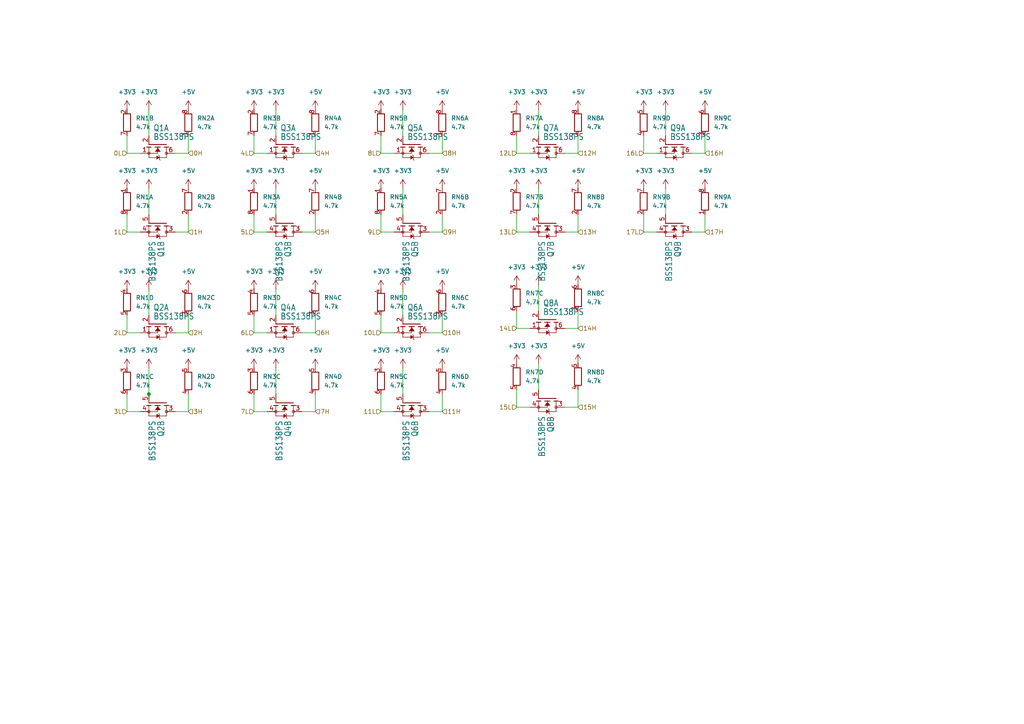
<source format=kicad_sch>
(kicad_sch (version 20231120) (generator "eeschema") (generator_version "8.0")
  (paper "A4")
  (lib_symbols
    (symbol "Device:R_Pack04_Split" (pin_names (offset 0) hide)
      (property "Reference" "RN" (at 2.032 0 90))
      (property "Value" "R_Pack04_Split" (at 0 0 90))
      (symbol "R_Pack04_Split_0_1"
        (rectangle (start 1.016 2.54) (end -1.016 -2.54) (stroke (width 0.254)))
      )
      (symbol "R_Pack04_Split_1_1"
        (pin passive line (at 0 -3.81 90) (length 1.27) (name "R1.1") (number "1"))
        (pin passive line (at 0 3.81 270) (length 1.27) (name "R1.2") (number "8"))
      )
      (symbol "R_Pack04_Split_2_1"
        (pin passive line (at 0 -3.81 90) (length 1.27) (name "R2.1") (number "2"))
        (pin passive line (at 0 3.81 270) (length 1.27) (name "R2.2") (number "7"))
      )
      (symbol "R_Pack04_Split_3_1"
        (pin passive line (at 0 -3.81 90) (length 1.27) (name "R3.1") (number "3"))
        (pin passive line (at 0 3.81 270) (length 1.27) (name "R3.2") (number "6"))
      )
      (symbol "R_Pack04_Split_4_1"
        (pin passive line (at 0 -3.81 90) (length 1.27) (name "R4.1") (number "4"))
        (pin passive line (at 0 3.81 270) (length 1.27) (name "R4.2") (number "5"))
      )
    )
    (symbol "NANOEveryV3.0-eagle-import:BSS138PS"
      (property "Reference" "Q" (at 2.54 0 0))
      (symbol "BSS138PS_1_0"
        (circle (center 0 -2.54) (radius 0.3592))
        (polyline (pts (xy -2.54 2.54) (xy -2.54 -2.54)) (stroke (width 0.254)))
        (polyline (pts (xy -1.778 -2.54) (xy -1.778 -3.175)) (stroke (width 0.254)))
        (polyline (pts (xy -1.778 -1.905) (xy -1.778 -2.54)) (stroke (width 0.254)))
        (polyline (pts (xy -1.778 0) (xy -1.778 -0.762)) (stroke (width 0.254)))
        (polyline (pts (xy -1.778 0) (xy 0 0)) (stroke (width 0.1524)))
        (polyline (pts (xy -1.778 0.762) (xy -1.778 0)) (stroke (width 0.254)))
        (polyline (pts (xy -1.778 2.54) (xy -1.778 1.905)) (stroke (width 0.254)))
        (polyline (pts (xy -1.778 2.54) (xy 1.27 2.54)) (stroke (width 0.1524)))
        (polyline (pts (xy -1.778 3.175) (xy -1.778 2.54)) (stroke (width 0.254)))
        (polyline (pts (xy 0 -2.54) (xy -1.778 -2.54)) (stroke (width 0.1524)))
        (polyline (pts (xy 0 -2.54) (xy 1.27 -2.54)) (stroke (width 0.1524)))
        (polyline (pts (xy 0 0) (xy 0 -2.54)) (stroke (width 0.1524)))
        (polyline (pts (xy 0.762 0.508) (xy 0.508 0.254)) (stroke (width 0.1524)))
        (polyline (pts (xy 1.27 0.508) (xy 0.762 0.508)) (stroke (width 0.1524)))
        (polyline (pts (xy 1.27 0.508) (xy 1.27 -2.54)) (stroke (width 0.1524)))
        (polyline (pts (xy 1.27 2.54) (xy 1.27 0.508)) (stroke (width 0.1524)))
        (polyline (pts (xy 1.778 0.508) (xy 1.27 0.508)) (stroke (width 0.1524)))
        (polyline (pts (xy 2.032 0.762) (xy 1.778 0.508)) (stroke (width 0.1524)))
        (polyline (pts (xy -1.524 0) (xy -0.508 0.762) (xy -0.508 -0.762)) (stroke (width 0.1524)) (fill (type outline)))
        (polyline (pts (xy 1.27 0.508) (xy 0.762 -0.254) (xy 1.778 -0.254)) (stroke (width 0.1524)) (fill (type outline)))
        (circle (center 0 2.54) (radius 0.3592))
        (pin passive line (at 0 -5.08 90) (length 2.54) (name "S") (number "1"))
        (pin passive line (at -5.08 -2.54 0) (length 2.54) (name "G") (number "2"))
        (pin passive line (at 0 5.08 270) (length 2.54) (name "D") (number "6"))
      )
      (symbol "BSS138PS_2_0"
        (circle (center 0 -2.54) (radius 0.3592))
        (polyline (pts (xy -2.54 2.54) (xy -2.54 -2.54)) (stroke (width 0.254)))
        (polyline (pts (xy -1.778 -2.54) (xy -1.778 -3.175)) (stroke (width 0.254)))
        (polyline (pts (xy -1.778 -1.905) (xy -1.778 -2.54)) (stroke (width 0.254)))
        (polyline (pts (xy -1.778 0) (xy -1.778 -0.762)) (stroke (width 0.254)))
        (polyline (pts (xy -1.778 0) (xy 0 0)) (stroke (width 0.1524)))
        (polyline (pts (xy -1.778 0.762) (xy -1.778 0)) (stroke (width 0.254)))
        (polyline (pts (xy -1.778 2.54) (xy -1.778 1.905)) (stroke (width 0.254)))
        (polyline (pts (xy -1.778 2.54) (xy 1.27 2.54)) (stroke (width 0.1524)))
        (polyline (pts (xy -1.778 3.175) (xy -1.778 2.54)) (stroke (width 0.254)))
        (polyline (pts (xy 0 -2.54) (xy -1.778 -2.54)) (stroke (width 0.1524)))
        (polyline (pts (xy 0 -2.54) (xy 1.27 -2.54)) (stroke (width 0.1524)))
        (polyline (pts (xy 0 0) (xy 0 -2.54)) (stroke (width 0.1524)))
        (polyline (pts (xy 0.762 0.508) (xy 0.508 0.254)) (stroke (width 0.1524)))
        (polyline (pts (xy 1.27 0.508) (xy 0.762 0.508)) (stroke (width 0.1524)))
        (polyline (pts (xy 1.27 0.508) (xy 1.27 -2.54)) (stroke (width 0.1524)))
        (polyline (pts (xy 1.27 2.54) (xy 1.27 0.508)) (stroke (width 0.1524)))
        (polyline (pts (xy 1.778 0.508) (xy 1.27 0.508)) (stroke (width 0.1524)))
        (polyline (pts (xy 2.032 0.762) (xy 1.778 0.508)) (stroke (width 0.1524)))
        (polyline (pts (xy -1.524 0) (xy -0.508 0.762) (xy -0.508 -0.762)) (stroke (width 0.1524)) (fill (type outline)))
        (polyline (pts (xy 1.27 0.508) (xy 0.762 -0.254) (xy 1.778 -0.254)) (stroke (width 0.1524)) (fill (type outline)))
        (circle (center 0 2.54) (radius 0.3592))
        (pin passive line (at 0 5.08 270) (length 2.54) (name "D") (number "3"))
        (pin passive line (at 0 -5.08 90) (length 2.54) (name "S") (number "4"))
        (pin passive line (at -5.08 -2.54 0) (length 2.54) (name "G") (number "5"))
      )
    )
    (symbol "power:+3V3" (power) (pin_numbers hide) (pin_names (offset 0) hide)
      (property "Value" "+3V3" (at 0 3.556 0))
      (symbol "+3V3_0_1"
        (polyline (pts (xy -0.762 1.27) (xy 0 2.54)))
        (polyline (pts (xy 0 0) (xy 0 2.54)))
        (polyline (pts (xy 0 2.54) (xy 0.762 1.27)))
      )
      (symbol "+3V3_1_1"
        (pin power_in line (at 0 0 90) (length 0) (name "~") (number "1"))
      )
    )
    (symbol "power:+5V" (power) (pin_numbers hide) (pin_names (offset 0) hide)
      (property "Value" "+5V" (at 0 3.556 0))
      (symbol "+5V_0_1"
        (polyline (pts (xy -0.762 1.27) (xy 0 2.54)))
        (polyline (pts (xy 0 0) (xy 0 2.54)))
        (polyline (pts (xy 0 2.54) (xy 0.762 1.27)))
      )
      (symbol "+5V_1_1"
        (pin power_in line (at 0 0 90) (length 0) (name "~") (number "1"))
      )
    )
  )
  (junction (at 43.18 114.3))
  (wire (pts (xy 91.44 39.37) (xy 91.44 44.45)))
  (wire (pts (xy 163.83 118.11) (xy 167.64 118.11)) (stroke (width 0.1524)))
  (wire (pts (xy 36.83 114.3) (xy 36.83 119.38)) (stroke (width 0.1524)))
  (wire (pts (xy 110.49 67.31) (xy 114.3 67.31)) (stroke (width 0.1524)))
  (wire (pts (xy 200.66 44.45) (xy 204.47 44.45)) (stroke (width 0.1524)))
  (wire (pts (xy 128.27 62.23) (xy 128.27 67.31)))
  (wire (pts (xy 36.83 62.23) (xy 36.83 67.31)) (stroke (width 0.1524)))
  (wire (pts (xy 54.61 62.23) (xy 54.61 67.31)))
  (wire (pts (xy 124.46 67.31) (xy 128.27 67.31)) (stroke (width 0.1524)))
  (wire (pts (xy 43.18 106.68) (xy 43.18 114.3)) (stroke (width 0.1524)))
  (wire (pts (xy 54.61 39.37) (xy 54.61 44.45)))
  (wire (pts (xy 80.01 39.37) (xy 80.01 31.75)) (stroke (width 0.1524)))
  (wire (pts (xy 36.83 39.37) (xy 36.83 44.45)) (stroke (width 0.1524)))
  (wire (pts (xy 54.61 114.3) (xy 54.61 119.38)))
  (wire (pts (xy 167.64 90.17) (xy 167.64 95.25)))
  (wire (pts (xy 149.86 113.03) (xy 149.86 118.11)) (stroke (width 0.1524)))
  (wire (pts (xy 156.21 105.41) (xy 156.21 113.03)))
  (wire (pts (xy 186.69 39.37) (xy 186.69 44.45)) (stroke (width 0.1524)))
  (wire (pts (xy 73.66 91.44) (xy 73.66 96.52)) (stroke (width 0.1524)))
  (wire (pts (xy 116.84 54.61) (xy 116.84 62.23)) (stroke (width 0.1524)))
  (wire (pts (xy 149.86 90.17) (xy 149.86 95.25)) (stroke (width 0.1524)))
  (wire (pts (xy 167.64 39.37) (xy 167.64 44.45)))
  (wire (pts (xy 114.3 44.45) (xy 110.49 44.45)) (stroke (width 0.1524)))
  (wire (pts (xy 124.46 44.45) (xy 128.27 44.45)) (stroke (width 0.1524)))
  (wire (pts (xy 110.49 91.44) (xy 110.49 96.52)) (stroke (width 0.1524)))
  (wire (pts (xy 73.66 114.3) (xy 73.66 119.38)) (stroke (width 0.1524)))
  (wire (pts (xy 153.67 95.25) (xy 149.86 95.25)) (stroke (width 0.1524)))
  (wire (pts (xy 40.64 96.52) (xy 36.83 96.52)) (stroke (width 0.1524)))
  (wire (pts (xy 36.83 119.38) (xy 40.64 119.38)) (stroke (width 0.1524)))
  (wire (pts (xy 128.27 39.37) (xy 128.27 44.45)))
  (wire (pts (xy 193.04 54.61) (xy 193.04 62.23)))
  (wire (pts (xy 50.8 44.45) (xy 54.61 44.45)) (stroke (width 0.1524)))
  (wire (pts (xy 116.84 106.68) (xy 116.84 114.3)))
  (wire (pts (xy 156.21 90.17) (xy 156.21 82.55)) (stroke (width 0.1524)))
  (wire (pts (xy 87.63 44.45) (xy 91.44 44.45)) (stroke (width 0.1524)))
  (wire (pts (xy 124.46 119.38) (xy 128.27 119.38)) (stroke (width 0.1524)))
  (wire (pts (xy 149.86 62.23) (xy 149.86 67.31)) (stroke (width 0.1524)))
  (wire (pts (xy 163.83 95.25) (xy 167.64 95.25)) (stroke (width 0.1524)))
  (wire (pts (xy 40.64 44.45) (xy 36.83 44.45)) (stroke (width 0.1524)))
  (wire (pts (xy 91.44 91.44) (xy 91.44 96.52)))
  (wire (pts (xy 87.63 119.38) (xy 91.44 119.38)) (stroke (width 0.1524)))
  (wire (pts (xy 73.66 39.37) (xy 73.66 44.45)) (stroke (width 0.1524)))
  (wire (pts (xy 124.46 96.52) (xy 128.27 96.52)) (stroke (width 0.1524)))
  (wire (pts (xy 91.44 114.3) (xy 91.44 119.38)))
  (wire (pts (xy 80.01 60.96) (xy 80.01 62.23)) (stroke (width 0.1524)))
  (wire (pts (xy 54.61 91.44) (xy 54.61 96.52)))
  (wire (pts (xy 110.49 39.37) (xy 110.49 44.45)) (stroke (width 0.1524)))
  (wire (pts (xy 116.84 39.37) (xy 116.84 31.75)) (stroke (width 0.1524)))
  (wire (pts (xy 190.5 44.45) (xy 186.69 44.45)) (stroke (width 0.1524)))
  (wire (pts (xy 128.27 114.3) (xy 128.27 119.38)))
  (wire (pts (xy 43.18 114.3) (xy 43.18 115.57)) (stroke (width 0.1524)))
  (wire (pts (xy 204.47 62.23) (xy 204.47 67.31)))
  (wire (pts (xy 114.3 96.52) (xy 110.49 96.52)) (stroke (width 0.1524)))
  (wire (pts (xy 73.66 119.38) (xy 77.47 119.38)) (stroke (width 0.1524)))
  (wire (pts (xy 156.21 54.61) (xy 156.21 62.23)))
  (wire (pts (xy 36.83 91.44) (xy 36.83 96.52)) (stroke (width 0.1524)))
  (wire (pts (xy 167.64 62.23) (xy 167.64 67.31)))
  (wire (pts (xy 193.04 39.37) (xy 193.04 31.75)) (stroke (width 0.1524)))
  (wire (pts (xy 43.18 39.37) (xy 43.18 31.75)) (stroke (width 0.1524)))
  (wire (pts (xy 73.66 62.23) (xy 73.66 67.31)) (stroke (width 0.1524)))
  (wire (pts (xy 186.69 67.31) (xy 190.5 67.31)) (stroke (width 0.1524)))
  (wire (pts (xy 91.44 62.23) (xy 91.44 67.31)))
  (wire (pts (xy 153.67 44.45) (xy 149.86 44.45)) (stroke (width 0.1524)))
  (wire (pts (xy 80.01 106.68) (xy 80.01 113.03)))
  (wire (pts (xy 50.8 67.31) (xy 54.61 67.31)) (stroke (width 0.1524)))
  (wire (pts (xy 110.49 119.38) (xy 114.3 119.38)) (stroke (width 0.1524)))
  (wire (pts (xy 110.49 114.3) (xy 110.49 119.38)) (stroke (width 0.1524)))
  (wire (pts (xy 149.86 39.37) (xy 149.86 44.45)) (stroke (width 0.1524)))
  (wire (pts (xy 80.01 113.03) (xy 80.01 114.3)) (stroke (width 0.1524)))
  (wire (pts (xy 128.27 91.44) (xy 128.27 96.52)))
  (wire (pts (xy 186.69 62.23) (xy 186.69 67.31)) (stroke (width 0.1524)))
  (wire (pts (xy 77.47 96.52) (xy 73.66 96.52)) (stroke (width 0.1524)))
  (wire (pts (xy 163.83 44.45) (xy 167.64 44.45)) (stroke (width 0.1524)))
  (wire (pts (xy 87.63 96.52) (xy 91.44 96.52)) (stroke (width 0.1524)))
  (wire (pts (xy 43.18 54.61) (xy 43.18 62.23)) (stroke (width 0.1524)))
  (wire (pts (xy 116.84 91.44) (xy 116.84 83.82)) (stroke (width 0.1524)))
  (wire (pts (xy 43.18 91.44) (xy 43.18 83.82)) (stroke (width 0.1524)))
  (wire (pts (xy 50.8 119.38) (xy 54.61 119.38)) (stroke (width 0.1524)))
  (wire (pts (xy 77.47 44.45) (xy 73.66 44.45)) (stroke (width 0.1524)))
  (wire (pts (xy 200.66 67.31) (xy 204.47 67.31)) (stroke (width 0.1524)))
  (wire (pts (xy 163.83 67.31) (xy 167.64 67.31)) (stroke (width 0.1524)))
  (wire (pts (xy 167.64 113.03) (xy 167.64 118.11)))
  (wire (pts (xy 80.01 54.61) (xy 80.01 60.96)))
  (wire (pts (xy 36.83 67.31) (xy 40.64 67.31)) (stroke (width 0.1524)))
  (wire (pts (xy 149.86 67.31) (xy 153.67 67.31)) (stroke (width 0.1524)))
  (wire (pts (xy 156.21 39.37) (xy 156.21 31.75)) (stroke (width 0.1524)))
  (wire (pts (xy 50.8 96.52) (xy 54.61 96.52)) (stroke (width 0.1524)))
  (wire (pts (xy 204.47 39.37) (xy 204.47 44.45)))
  (wire (pts (xy 110.49 62.23) (xy 110.49 67.31)) (stroke (width 0.1524)))
  (wire (pts (xy 149.86 118.11) (xy 153.67 118.11)) (stroke (width 0.1524)))
  (wire (pts (xy 87.63 67.31) (xy 91.44 67.31)) (stroke (width 0.1524)))
  (wire (pts (xy 73.66 67.31) (xy 77.47 67.31)) (stroke (width 0.1524)))
  (wire (pts (xy 80.01 91.44) (xy 80.01 83.82)) (stroke (width 0.1524)))
  (hierarchical_label "9L" (shape input) (at 110.49 67.31 180))
  (hierarchical_label "0L" (shape input) (at 36.83 44.45 180))
  (hierarchical_label "12H" (shape input) (at 167.64 44.45 0))
  (hierarchical_label "13H" (shape input) (at 167.64 67.31 0))
  (hierarchical_label "14H" (shape input) (at 167.64 95.25 0))
  (hierarchical_label "3H" (shape input) (at 54.61 119.38 0))
  (hierarchical_label "17H" (shape input) (at 204.47 67.31 0))
  (hierarchical_label "14L" (shape input) (at 149.86 95.25 180))
  (hierarchical_label "9H" (shape input) (at 128.27 67.31 0))
  (hierarchical_label "0H" (shape input) (at 54.61 44.45 0))
  (hierarchical_label "6H" (shape input) (at 91.44 96.52 0))
  (hierarchical_label "13L" (shape input) (at 149.86 67.31 180))
  (hierarchical_label "3L" (shape input) (at 36.83 119.38 180))
  (hierarchical_label "4L" (shape input) (at 73.66 44.45 180))
  (hierarchical_label "11H" (shape input) (at 128.27 119.38 0))
  (hierarchical_label "15L" (shape input) (at 149.86 118.11 180))
  (hierarchical_label "4H" (shape input) (at 91.44 44.45 0))
  (hierarchical_label "10H" (shape input) (at 128.27 96.52 0))
  (hierarchical_label "12L" (shape input) (at 149.86 44.45 180))
  (hierarchical_label "1L" (shape input) (at 36.83 67.31 180))
  (hierarchical_label "6L" (shape input) (at 73.66 96.52 180))
  (hierarchical_label "2L" (shape input) (at 36.83 96.52 180))
  (hierarchical_label "15H" (shape input) (at 167.64 118.11 0))
  (hierarchical_label "8L" (shape input) (at 110.49 44.45 180))
  (hierarchical_label "5L" (shape input) (at 73.66 67.31 180))
  (hierarchical_label "16L" (shape input) (at 186.69 44.45 180))
  (hierarchical_label "8H" (shape input) (at 128.27 44.45 0))
  (hierarchical_label "17L" (shape input) (at 186.69 67.31 180))
  (hierarchical_label "1H" (shape input) (at 54.61 67.31 0))
  (hierarchical_label "7L" (shape input) (at 73.66 119.38 180))
  (hierarchical_label "10L" (shape input) (at 110.49 96.52 180))
  (hierarchical_label "11L" (shape input) (at 110.49 119.38 180))
  (hierarchical_label "5H" (shape input) (at 91.44 67.31 0))
  (hierarchical_label "2H" (shape input) (at 54.61 96.52 0))
  (hierarchical_label "7H" (shape input) (at 91.44 119.38 0))
  (hierarchical_label "16H" (shape input) (at 204.47 44.45 0))
  (symbol (lib_id "power:+3V3") (at 110.49 54.61 0) (unit 1)
    (property "Reference" "#PWR57" (effects (hide yes)))
    (property "Value" "+3V3" (at 110.49 49.53 0))
    (property "Description" "Power symbol creates a global label with name \"+3V3\"" (effects (hide yes)))
  )
  (symbol (lib_id "Device:R_Pack04_Split") (at 149.86 86.36 180) (unit 3)
    (property "Reference" "RN7" (at 152.4 85.0899 0) (effects (justify right)))
    (property "Value" "4.7k" (at 152.4 87.6299 0) (effects (justify right)))
    (property "Footprint" "Resistor_SMD:R_Array_Concave_4x0603" (effects (hide yes)))
    (property "Description" "4 resistor network, parallel topology, split" (effects (hide yes)))
  )
  (symbol (lib_id "Device:R_Pack04_Split") (at 186.69 58.42 0) (unit 2)
    (property "Reference" "RN9" (at 189.23 57.1499 0) (effects (justify left)))
    (property "Value" "4.7k" (at 189.23 59.6899 0) (effects (justify left)))
    (property "Footprint" "Resistor_SMD:R_Array_Concave_4x0603" (effects (hide yes)))
    (property "Description" "4 resistor network, parallel topology, split" (effects (hide yes)))
  )
  (symbol (lib_id "Device:R_Pack04_Split") (at 128.27 35.56 0) (unit 1)
    (property "Reference" "RN6" (at 130.81 34.2899 0) (effects (justify left)))
    (property "Value" "4.7k" (at 130.81 36.8299 0) (effects (justify left)))
    (property "Footprint" "Resistor_SMD:R_Array_Concave_4x0603" (effects (hide yes)))
    (property "Description" "4 resistor network, parallel topology, split" (effects (hide yes)))
  )
  (symbol (lib_id "Device:R_Pack04_Split") (at 73.66 35.56 180) (unit 2)
    (property "Reference" "RN3" (at 76.2 34.2899 0) (effects (justify right)))
    (property "Value" "4.7k" (at 76.2 36.8299 0) (effects (justify right)))
    (property "Footprint" "Resistor_SMD:R_Array_Concave_4x0603" (effects (hide yes)))
    (property "Description" "4 resistor network, parallel topology, split" (effects (hide yes)))
  )
  (symbol (lib_id "power:+5V") (at 91.44 106.68 0) (unit 1)
    (property "Reference" "#PWR55" (effects (hide yes)))
    (property "Value" "+5V" (at 91.44 101.6 0))
    (property "Description" "Power symbol creates a global label with name \"+5V\"" (effects (hide yes)))
  )
  (symbol (lib_id "Device:R_Pack04_Split") (at 54.61 58.42 0) (unit 2)
    (property "Reference" "RN2" (at 57.15 57.1499 0) (effects (justify left)))
    (property "Value" "4.7k" (at 57.15 59.6899 0) (effects (justify left)))
    (property "Footprint" "Resistor_SMD:R_Array_Concave_4x0603" (effects (hide yes)))
    (property "Description" "4 resistor network, parallel topology, split" (effects (hide yes)))
  )
  (symbol (lib_id "NANOEveryV3.0-eagle-import:BSS138PS") (at 119.38 96.52 270) (unit 1)
    (property "Reference" "Q6" (at 118.11 90.17 90) (effects (font (size 1.778 1.5113)) (justify left bottom)))
    (property "Value" "BSS138PS" (at 118.11 92.71 90) (effects (font (size 1.778 1.5113)) (justify left bottom)))
    (property "Footprint" "Package_TO_SOT_SMD:SOT-363_SC-70-6" (effects (hide yes)))
  )
  (symbol (lib_id "power:+3V3") (at 193.04 31.75 0) (unit 1)
    (property "Reference" "#PWR82" (effects (hide yes)))
    (property "Value" "+3V3" (at 193.04 26.67 0))
    (property "Description" "Power symbol creates a global label with name \"+3V3\"" (effects (hide yes)))
  )
  (symbol (lib_id "power:+3V3") (at 36.83 106.68 0) (unit 1)
    (property "Reference" "#PWR35" (effects (hide yes)))
    (property "Value" "+3V3" (at 36.83 101.6 0))
    (property "Description" "Power symbol creates a global label with name \"+3V3\"" (effects (hide yes)))
  )
  (symbol (lib_id "Device:R_Pack04_Split") (at 73.66 87.63 180) (unit 4)
    (property "Reference" "RN3" (at 76.2 86.3599 0) (effects (justify right)))
    (property "Value" "4.7k" (at 76.2 88.8999 0) (effects (justify right)))
    (property "Footprint" "Resistor_SMD:R_Array_Concave_4x0603" (effects (hide yes)))
    (property "Description" "4 resistor network, parallel topology, split" (effects (hide yes)))
  )
  (symbol (lib_id "power:+3V3") (at 73.66 54.61 0) (unit 1)
    (property "Reference" "#PWR45" (effects (hide yes)))
    (property "Value" "+3V3" (at 73.66 49.53 0))
    (property "Description" "Power symbol creates a global label with name \"+3V3\"" (effects (hide yes)))
  )
  (symbol (lib_id "NANOEveryV3.0-eagle-import:BSS138PS") (at 45.72 44.45 270) (unit 1)
    (property "Reference" "Q1" (at 44.45 38.1 90) (effects (font (size 1.778 1.5113)) (justify left bottom)))
    (property "Value" "BSS138PS" (at 44.45 40.64 90) (effects (font (size 1.778 1.5113)) (justify left bottom)))
    (property "Footprint" "Package_TO_SOT_SMD:SOT-363_SC-70-6" (effects (hide yes)))
  )
  (symbol (lib_id "power:+3V3") (at 80.01 31.75 0) (unit 1)
    (property "Reference" "#PWR48" (effects (hide yes)))
    (property "Value" "+3V3" (at 80.01 26.67 0))
    (property "Description" "Power symbol creates a global label with name \"+3V3\"" (effects (hide yes)))
  )
  (symbol (lib_id "Device:R_Pack04_Split") (at 54.61 87.63 0) (unit 3)
    (property "Reference" "RN2" (at 57.15 86.3599 0) (effects (justify left)))
    (property "Value" "4.7k" (at 57.15 88.8999 0) (effects (justify left)))
    (property "Footprint" "Resistor_SMD:R_Array_Concave_4x0603" (effects (hide yes)))
    (property "Description" "4 resistor network, parallel topology, split" (effects (hide yes)))
  )
  (symbol (lib_id "power:+5V") (at 128.27 106.68 0) (unit 1)
    (property "Reference" "#PWR67" (effects (hide yes)))
    (property "Value" "+5V" (at 128.27 101.6 0))
    (property "Description" "Power symbol creates a global label with name \"+5V\"" (effects (hide yes)))
  )
  (symbol (lib_id "power:+3V3") (at 110.49 106.68 0) (unit 1)
    (property "Reference" "#PWR59" (effects (hide yes)))
    (property "Value" "+3V3" (at 110.49 101.6 0))
    (property "Description" "Power symbol creates a global label with name \"+3V3\"" (effects (hide yes)))
  )
  (symbol (lib_id "NANOEveryV3.0-eagle-import:BSS138PS") (at 158.75 44.45 270) (unit 1)
    (property "Reference" "Q7" (at 157.48 38.1 90) (effects (font (size 1.778 1.5113)) (justify left bottom)))
    (property "Value" "BSS138PS" (at 157.48 40.64 90) (effects (font (size 1.778 1.5113)) (justify left bottom)))
    (property "Footprint" "Package_TO_SOT_SMD:SOT-363_SC-70-6" (effects (hide yes)))
  )
  (symbol (lib_id "power:+5V") (at 54.61 31.75 0) (unit 1)
    (property "Reference" "#PWR40" (effects (hide yes)))
    (property "Value" "+5V" (at 54.61 26.67 0))
    (property "Description" "Power symbol creates a global label with name \"+5V\"" (effects (hide yes)))
  )
  (symbol (lib_id "Device:R_Pack04_Split") (at 36.83 35.56 180) (unit 2)
    (property "Reference" "RN1" (at 39.37 34.2899 0) (effects (justify right)))
    (property "Value" "4.7k" (at 39.37 36.8299 0) (effects (justify right)))
    (property "Footprint" "Resistor_SMD:R_Array_Concave_4x0603" (effects (hide yes)))
    (property "Description" "4 resistor network, parallel topology, split" (effects (hide yes)))
  )
  (symbol (lib_id "Device:R_Pack04_Split") (at 149.86 58.42 180) (unit 2)
    (property "Reference" "RN7" (at 152.4 57.1499 0) (effects (justify right)))
    (property "Value" "4.7k" (at 152.4 59.6899 0) (effects (justify right)))
    (property "Footprint" "Resistor_SMD:R_Array_Concave_4x0603" (effects (hide yes)))
    (property "Description" "4 resistor network, parallel topology, split" (effects (hide yes)))
  )
  (symbol (lib_id "Device:R_Pack04_Split") (at 110.49 110.49 180) (unit 3)
    (property "Reference" "RN5" (at 113.03 109.2199 0) (effects (justify right)))
    (property "Value" "4.7k" (at 113.03 111.7599 0) (effects (justify right)))
    (property "Footprint" "Resistor_SMD:R_Array_Concave_4x0603" (effects (hide yes)))
    (property "Description" "4 resistor network, parallel topology, split" (effects (hide yes)))
  )
  (symbol (lib_id "power:+3V3") (at 186.69 31.75 0) (unit 1)
    (property "Reference" "#PWR80" (effects (hide yes)))
    (property "Value" "+3V3" (at 186.69 26.67 0))
    (property "Description" "Power symbol creates a global label with name \"+3V3\"" (effects (hide yes)))
  )
  (symbol (lib_id "power:+3V3") (at 116.84 83.82 0) (unit 1)
    (property "Reference" "#PWR62" (effects (hide yes)))
    (property "Value" "+3V3" (at 116.84 78.74 0))
    (property "Description" "Power symbol creates a global label with name \"+3V3\"" (effects (hide yes)))
  )
  (symbol (lib_id "NANOEveryV3.0-eagle-import:BSS138PS") (at 119.38 44.45 270) (unit 1)
    (property "Reference" "Q5" (at 118.11 38.1 90) (effects (font (size 1.778 1.5113)) (justify left bottom)))
    (property "Value" "BSS138PS" (at 118.11 40.64 90) (effects (font (size 1.778 1.5113)) (justify left bottom)))
    (property "Footprint" "Package_TO_SOT_SMD:SOT-363_SC-70-6" (effects (hide yes)))
  )
  (symbol (lib_id "Device:R_Pack04_Split") (at 128.27 87.63 0) (unit 3)
    (property "Reference" "RN6" (at 130.81 86.3599 0) (effects (justify left)))
    (property "Value" "4.7k" (at 130.81 88.8999 0) (effects (justify left)))
    (property "Footprint" "Resistor_SMD:R_Array_Concave_4x0603" (effects (hide yes)))
    (property "Description" "4 resistor network, parallel topology, split" (effects (hide yes)))
  )
  (symbol (lib_id "Device:R_Pack04_Split") (at 91.44 110.49 0) (unit 4)
    (property "Reference" "RN4" (at 93.98 109.2199 0) (effects (justify left)))
    (property "Value" "4.7k" (at 93.98 111.7599 0) (effects (justify left)))
    (property "Footprint" "Resistor_SMD:R_Array_Concave_4x0603" (effects (hide yes)))
    (property "Description" "4 resistor network, parallel topology, split" (effects (hide yes)))
  )
  (symbol (lib_id "Device:R_Pack04_Split") (at 186.69 35.56 0) (unit 4)
    (property "Reference" "RN9" (at 189.23 34.2899 0) (effects (justify left)))
    (property "Value" "4.7k" (at 189.23 36.8299 0) (effects (justify left)))
    (property "Footprint" "Resistor_SMD:R_Array_Concave_4x0603" (effects (hide yes)))
    (property "Description" "4 resistor network, parallel topology, split" (effects (hide yes)))
  )
  (symbol (lib_id "power:+5V") (at 91.44 54.61 0) (unit 1)
    (property "Reference" "#PWR53" (effects (hide yes)))
    (property "Value" "+5V" (at 91.44 49.53 0))
    (property "Description" "Power symbol creates a global label with name \"+5V\"" (effects (hide yes)))
  )
  (symbol (lib_id "Device:R_Pack04_Split") (at 204.47 35.56 0) (unit 3)
    (property "Reference" "RN9" (at 207.01 34.2899 0) (effects (justify left)))
    (property "Value" "4.7k" (at 207.01 36.8299 0) (effects (justify left)))
    (property "Footprint" "Resistor_SMD:R_Array_Concave_4x0603" (effects (hide yes)))
    (property "Description" "4 resistor network, parallel topology, split" (effects (hide yes)))
  )
  (symbol (lib_id "Device:R_Pack04_Split") (at 204.47 58.42 0) (unit 1)
    (property "Reference" "RN9" (at 207.01 57.1499 0) (effects (justify left)))
    (property "Value" "4.7k" (at 207.01 59.6899 0) (effects (justify left)))
    (property "Footprint" "Resistor_SMD:R_Array_Concave_4x0603" (effects (hide yes)))
    (property "Description" "4 resistor network, parallel topology, split" (effects (hide yes)))
  )
  (symbol (lib_id "NANOEveryV3.0-eagle-import:BSS138PS") (at 45.72 96.52 270) (unit 1)
    (property "Reference" "Q2" (at 44.45 90.17 90) (effects (font (size 1.778 1.5113)) (justify left bottom)))
    (property "Value" "BSS138PS" (at 44.45 92.71 90) (effects (font (size 1.778 1.5113)) (justify left bottom)))
    (property "Footprint" "Package_TO_SOT_SMD:SOT-363_SC-70-6" (effects (hide yes)))
  )
  (symbol (lib_id "power:+3V3") (at 36.83 54.61 0) (unit 1)
    (property "Reference" "#PWR33" (effects (hide yes)))
    (property "Value" "+3V3" (at 36.83 49.53 0))
    (property "Description" "Power symbol creates a global label with name \"+3V3\"" (effects (hide yes)))
  )
  (symbol (lib_id "NANOEveryV3.0-eagle-import:BSS138PS") (at 119.38 67.31 270) (unit 2)
    (property "Reference" "Q5" (at 119.38 69.85 0) (effects (font (size 1.778 1.5113)) (justify left bottom)))
    (property "Value" "BSS138PS" (at 116.84 69.85 0) (effects (font (size 1.778 1.5113)) (justify left bottom)))
    (property "Footprint" "Package_TO_SOT_SMD:SOT-363_SC-70-6" (effects (hide yes)))
  )
  (symbol (lib_id "power:+5V") (at 204.47 54.61 0) (unit 1)
    (property "Reference" "#PWR85" (effects (hide yes)))
    (property "Value" "+5V" (at 204.47 49.53 0))
    (property "Description" "Power symbol creates a global label with name \"+5V\"" (effects (hide yes)))
  )
  (symbol (lib_id "NANOEveryV3.0-eagle-import:BSS138PS") (at 82.55 67.31 270) (unit 2)
    (property "Reference" "Q3" (at 82.55 69.85 0) (effects (font (size 1.778 1.5113)) (justify left bottom)))
    (property "Value" "BSS138PS" (at 80.01 69.85 0) (effects (font (size 1.778 1.5113)) (justify left bottom)))
    (property "Footprint" "Package_TO_SOT_SMD:SOT-363_SC-70-6" (effects (hide yes)))
  )
  (symbol (lib_id "power:+3V3") (at 43.18 106.68 0) (unit 1)
    (property "Reference" "#PWR39" (effects (hide yes)))
    (property "Value" "+3V3" (at 43.18 101.6 0))
    (property "Description" "Power symbol creates a global label with name \"+3V3\"" (effects (hide yes)))
  )
  (symbol (lib_id "power:+3V3") (at 80.01 83.82 0) (unit 1)
    (property "Reference" "#PWR50" (effects (hide yes)))
    (property "Value" "+3V3" (at 80.01 78.74 0))
    (property "Description" "Power symbol creates a global label with name \"+3V3\"" (effects (hide yes)))
  )
  (symbol (lib_id "power:+3V3") (at 80.01 54.61 0) (unit 1)
    (property "Reference" "#PWR49" (effects (hide yes)))
    (property "Value" "+3V3" (at 80.01 49.53 0))
    (property "Description" "Power symbol creates a global label with name \"+3V3\"" (effects (hide yes)))
  )
  (symbol (lib_id "power:+3V3") (at 149.86 105.41 0) (unit 1)
    (property "Reference" "#PWR71" (effects (hide yes)))
    (property "Value" "+3V3" (at 149.86 100.33 0))
    (property "Description" "Power symbol creates a global label with name \"+3V3\"" (effects (hide yes)))
  )
  (symbol (lib_id "power:+3V3") (at 73.66 106.68 0) (unit 1)
    (property "Reference" "#PWR47" (effects (hide yes)))
    (property "Value" "+3V3" (at 73.66 101.6 0))
    (property "Description" "Power symbol creates a global label with name \"+3V3\"" (effects (hide yes)))
  )
  (symbol (lib_id "NANOEveryV3.0-eagle-import:BSS138PS") (at 82.55 44.45 270) (unit 1)
    (property "Reference" "Q3" (at 81.28 38.1 90) (effects (font (size 1.778 1.5113)) (justify left bottom)))
    (property "Value" "BSS138PS" (at 81.28 40.64 90) (effects (font (size 1.778 1.5113)) (justify left bottom)))
    (property "Footprint" "Package_TO_SOT_SMD:SOT-363_SC-70-6" (effects (hide yes)))
  )
  (symbol (lib_id "power:+3V3") (at 156.21 82.55 0) (unit 1)
    (property "Reference" "#PWR74" (effects (hide yes)))
    (property "Value" "+3V3" (at 156.21 77.47 0))
    (property "Description" "Power symbol creates a global label with name \"+3V3\"" (effects (hide yes)))
  )
  (symbol (lib_id "power:+3V3") (at 43.18 54.61 0) (unit 1)
    (property "Reference" "#PWR37" (effects (hide yes)))
    (property "Value" "+3V3" (at 43.18 49.53 0))
    (property "Description" "Power symbol creates a global label with name \"+3V3\"" (effects (hide yes)))
  )
  (symbol (lib_id "Device:R_Pack04_Split") (at 128.27 110.49 0) (unit 4)
    (property "Reference" "RN6" (at 130.81 109.2199 0) (effects (justify left)))
    (property "Value" "4.7k" (at 130.81 111.7599 0) (effects (justify left)))
    (property "Footprint" "Resistor_SMD:R_Array_Concave_4x0603" (effects (hide yes)))
    (property "Description" "4 resistor network, parallel topology, split" (effects (hide yes)))
  )
  (symbol (lib_id "power:+3V3") (at 186.69 54.61 0) (unit 1)
    (property "Reference" "#PWR81" (effects (hide yes)))
    (property "Value" "+3V3" (at 186.69 49.53 0))
    (property "Description" "Power symbol creates a global label with name \"+3V3\"" (effects (hide yes)))
  )
  (symbol (lib_id "power:+5V") (at 167.64 54.61 0) (unit 1)
    (property "Reference" "#PWR77" (effects (hide yes)))
    (property "Value" "+5V" (at 167.64 49.53 0))
    (property "Description" "Power symbol creates a global label with name \"+5V\"" (effects (hide yes)))
  )
  (symbol (lib_id "NANOEveryV3.0-eagle-import:BSS138PS") (at 45.72 119.38 270) (unit 2)
    (property "Reference" "Q2" (at 45.72 121.92 0) (effects (font (size 1.778 1.5113)) (justify left bottom)))
    (property "Value" "BSS138PS" (at 43.18 121.92 0) (effects (font (size 1.778 1.5113)) (justify left bottom)))
    (property "Footprint" "Package_TO_SOT_SMD:SOT-363_SC-70-6" (effects (hide yes)))
  )
  (symbol (lib_id "NANOEveryV3.0-eagle-import:BSS138PS") (at 158.75 67.31 270) (unit 2)
    (property "Reference" "Q7" (at 158.75 69.85 0) (effects (font (size 1.778 1.5113)) (justify left bottom)))
    (property "Value" "BSS138PS" (at 156.21 69.85 0) (effects (font (size 1.778 1.5113)) (justify left bottom)))
    (property "Footprint" "Package_TO_SOT_SMD:SOT-363_SC-70-6" (effects (hide yes)))
  )
  (symbol (lib_id "power:+3V3") (at 149.86 54.61 0) (unit 1)
    (property "Reference" "#PWR69" (effects (hide yes)))
    (property "Value" "+3V3" (at 149.86 49.53 0))
    (property "Description" "Power symbol creates a global label with name \"+3V3\"" (effects (hide yes)))
  )
  (symbol (lib_id "power:+3V3") (at 73.66 31.75 0) (unit 1)
    (property "Reference" "#PWR44" (effects (hide yes)))
    (property "Value" "+3V3" (at 73.66 26.67 0))
    (property "Description" "Power symbol creates a global label with name \"+3V3\"" (effects (hide yes)))
  )
  (symbol (lib_id "power:+3V3") (at 116.84 106.68 0) (unit 1)
    (property "Reference" "#PWR63" (effects (hide yes)))
    (property "Value" "+3V3" (at 116.84 101.6 0))
    (property "Description" "Power symbol creates a global label with name \"+3V3\"" (effects (hide yes)))
  )
  (symbol (lib_id "power:+3V3") (at 36.83 31.75 0) (unit 1)
    (property "Reference" "#PWR32" (effects (hide yes)))
    (property "Value" "+3V3" (at 36.83 26.67 0))
    (property "Description" "Power symbol creates a global label with name \"+3V3\"" (effects (hide yes)))
  )
  (symbol (lib_id "Device:R_Pack04_Split") (at 128.27 58.42 0) (unit 2)
    (property "Reference" "RN6" (at 130.81 57.1499 0) (effects (justify left)))
    (property "Value" "4.7k" (at 130.81 59.6899 0) (effects (justify left)))
    (property "Footprint" "Resistor_SMD:R_Array_Concave_4x0603" (effects (hide yes)))
    (property "Description" "4 resistor network, parallel topology, split" (effects (hide yes)))
  )
  (symbol (lib_id "power:+5V") (at 204.47 31.75 0) (unit 1)
    (property "Reference" "#PWR84" (effects (hide yes)))
    (property "Value" "+5V" (at 204.47 26.67 0))
    (property "Description" "Power symbol creates a global label with name \"+5V\"" (effects (hide yes)))
  )
  (symbol (lib_id "Device:R_Pack04_Split") (at 110.49 58.42 180) (unit 1)
    (property "Reference" "RN5" (at 113.03 57.1499 0) (effects (justify right)))
    (property "Value" "4.7k" (at 113.03 59.6899 0) (effects (justify right)))
    (property "Footprint" "Resistor_SMD:R_Array_Concave_4x0603" (effects (hide yes)))
    (property "Description" "4 resistor network, parallel topology, split" (effects (hide yes)))
  )
  (symbol (lib_id "power:+5V") (at 54.61 106.68 0) (unit 1)
    (property "Reference" "#PWR43" (effects (hide yes)))
    (property "Value" "+5V" (at 54.61 101.6 0))
    (property "Description" "Power symbol creates a global label with name \"+5V\"" (effects (hide yes)))
  )
  (symbol (lib_id "power:+3V3") (at 193.04 54.61 0) (unit 1)
    (property "Reference" "#PWR83" (effects (hide yes)))
    (property "Value" "+3V3" (at 193.04 49.53 0))
    (property "Description" "Power symbol creates a global label with name \"+3V3\"" (effects (hide yes)))
  )
  (symbol (lib_id "Device:R_Pack04_Split") (at 73.66 110.49 180) (unit 3)
    (property "Reference" "RN3" (at 76.2 109.2199 0) (effects (justify right)))
    (property "Value" "4.7k" (at 76.2 111.7599 0) (effects (justify right)))
    (property "Footprint" "Resistor_SMD:R_Array_Concave_4x0603" (effects (hide yes)))
    (property "Description" "4 resistor network, parallel topology, split" (effects (hide yes)))
  )
  (symbol (lib_id "power:+3V3") (at 149.86 82.55 0) (unit 1)
    (property "Reference" "#PWR70" (effects (hide yes)))
    (property "Value" "+3V3" (at 149.86 77.47 0))
    (property "Description" "Power symbol creates a global label with name \"+3V3\"" (effects (hide yes)))
  )
  (symbol (lib_id "NANOEveryV3.0-eagle-import:BSS138PS") (at 119.38 119.38 270) (unit 2)
    (property "Reference" "Q6" (at 119.38 121.92 0) (effects (font (size 1.778 1.5113)) (justify left bottom)))
    (property "Value" "BSS138PS" (at 116.84 121.92 0) (effects (font (size 1.778 1.5113)) (justify left bottom)))
    (property "Footprint" "Package_TO_SOT_SMD:SOT-363_SC-70-6" (effects (hide yes)))
  )
  (symbol (lib_id "power:+5V") (at 167.64 82.55 0) (unit 1)
    (property "Reference" "#PWR78" (effects (hide yes)))
    (property "Value" "+5V" (at 167.64 77.47 0))
    (property "Description" "Power symbol creates a global label with name \"+5V\"" (effects (hide yes)))
  )
  (symbol (lib_id "power:+3V3") (at 73.66 83.82 0) (unit 1)
    (property "Reference" "#PWR46" (effects (hide yes)))
    (property "Value" "+3V3" (at 73.66 78.74 0))
    (property "Description" "Power symbol creates a global label with name \"+3V3\"" (effects (hide yes)))
  )
  (symbol (lib_id "power:+5V") (at 91.44 31.75 0) (unit 1)
    (property "Reference" "#PWR52" (effects (hide yes)))
    (property "Value" "+5V" (at 91.44 26.67 0))
    (property "Description" "Power symbol creates a global label with name \"+5V\"" (effects (hide yes)))
  )
  (symbol (lib_id "NANOEveryV3.0-eagle-import:BSS138PS") (at 82.55 96.52 270) (unit 1)
    (property "Reference" "Q4" (at 81.28 90.17 90) (effects (font (size 1.778 1.5113)) (justify left bottom)))
    (property "Value" "BSS138PS" (at 81.28 92.71 90) (effects (font (size 1.778 1.5113)) (justify left bottom)))
    (property "Footprint" "Package_TO_SOT_SMD:SOT-363_SC-70-6" (effects (hide yes)))
  )
  (symbol (lib_id "power:+5V") (at 54.61 83.82 0) (unit 1)
    (property "Reference" "#PWR42" (effects (hide yes)))
    (property "Value" "+5V" (at 54.61 78.74 0))
    (property "Description" "Power symbol creates a global label with name \"+5V\"" (effects (hide yes)))
  )
  (symbol (lib_id "power:+3V3") (at 43.18 83.82 0) (unit 1)
    (property "Reference" "#PWR38" (effects (hide yes)))
    (property "Value" "+3V3" (at 43.18 78.74 0))
    (property "Description" "Power symbol creates a global label with name \"+3V3\"" (effects (hide yes)))
  )
  (symbol (lib_id "power:+5V") (at 54.61 54.61 0) (unit 1)
    (property "Reference" "#PWR41" (effects (hide yes)))
    (property "Value" "+5V" (at 54.61 49.53 0))
    (property "Description" "Power symbol creates a global label with name \"+5V\"" (effects (hide yes)))
  )
  (symbol (lib_id "Device:R_Pack04_Split") (at 36.83 87.63 180) (unit 4)
    (property "Reference" "RN1" (at 39.37 86.3599 0) (effects (justify right)))
    (property "Value" "4.7k" (at 39.37 88.8999 0) (effects (justify right)))
    (property "Footprint" "Resistor_SMD:R_Array_Concave_4x0603" (effects (hide yes)))
    (property "Description" "4 resistor network, parallel topology, split" (effects (hide yes)))
  )
  (symbol (lib_id "power:+3V3") (at 80.01 106.68 0) (unit 1)
    (property "Reference" "#PWR51" (effects (hide yes)))
    (property "Value" "+3V3" (at 80.01 101.6 0))
    (property "Description" "Power symbol creates a global label with name \"+3V3\"" (effects (hide yes)))
  )
  (symbol (lib_id "Device:R_Pack04_Split") (at 110.49 35.56 180) (unit 2)
    (property "Reference" "RN5" (at 113.03 34.2899 0) (effects (justify right)))
    (property "Value" "4.7k" (at 113.03 36.8299 0) (effects (justify right)))
    (property "Footprint" "Resistor_SMD:R_Array_Concave_4x0603" (effects (hide yes)))
    (property "Description" "4 resistor network, parallel topology, split" (effects (hide yes)))
  )
  (symbol (lib_id "Device:R_Pack04_Split") (at 73.66 58.42 180) (unit 1)
    (property "Reference" "RN3" (at 76.2 57.1499 0) (effects (justify right)))
    (property "Value" "4.7k" (at 76.2 59.6899 0) (effects (justify right)))
    (property "Footprint" "Resistor_SMD:R_Array_Concave_4x0603" (effects (hide yes)))
    (property "Description" "4 resistor network, parallel topology, split" (effects (hide yes)))
  )
  (symbol (lib_id "Device:R_Pack04_Split") (at 167.64 109.22 0) (unit 4)
    (property "Reference" "RN8" (at 170.18 107.9499 0) (effects (justify left)))
    (property "Value" "4.7k" (at 170.18 110.4899 0) (effects (justify left)))
    (property "Footprint" "Resistor_SMD:R_Array_Concave_4x0603" (effects (hide yes)))
    (property "Description" "4 resistor network, parallel topology, split" (effects (hide yes)))
  )
  (symbol (lib_id "power:+3V3") (at 149.86 31.75 0) (unit 1)
    (property "Reference" "#PWR68" (effects (hide yes)))
    (property "Value" "+3V3" (at 149.86 26.67 0))
    (property "Description" "Power symbol creates a global label with name \"+3V3\"" (effects (hide yes)))
  )
  (symbol (lib_id "power:+3V3") (at 110.49 83.82 0) (unit 1)
    (property "Reference" "#PWR58" (effects (hide yes)))
    (property "Value" "+3V3" (at 110.49 78.74 0))
    (property "Description" "Power symbol creates a global label with name \"+3V3\"" (effects (hide yes)))
  )
  (symbol (lib_id "Device:R_Pack04_Split") (at 36.83 110.49 180) (unit 3)
    (property "Reference" "RN1" (at 39.37 109.2199 0) (effects (justify right)))
    (property "Value" "4.7k" (at 39.37 111.7599 0) (effects (justify right)))
    (property "Footprint" "Resistor_SMD:R_Array_Concave_4x0603" (effects (hide yes)))
    (property "Description" "4 resistor network, parallel topology, split" (effects (hide yes)))
  )
  (symbol (lib_id "Device:R_Pack04_Split") (at 149.86 35.56 180) (unit 1)
    (property "Reference" "RN7" (at 152.4 34.2899 0) (effects (justify right)))
    (property "Value" "4.7k" (at 152.4 36.8299 0) (effects (justify right)))
    (property "Footprint" "Resistor_SMD:R_Array_Concave_4x0603" (effects (hide yes)))
    (property "Description" "4 resistor network, parallel topology, split" (effects (hide yes)))
  )
  (symbol (lib_id "power:+3V3") (at 156.21 105.41 0) (unit 1)
    (property "Reference" "#PWR75" (effects (hide yes)))
    (property "Value" "+3V3" (at 156.21 100.33 0))
    (property "Description" "Power symbol creates a global label with name \"+3V3\"" (effects (hide yes)))
  )
  (symbol (lib_id "NANOEveryV3.0-eagle-import:BSS138PS") (at 45.72 67.31 270) (unit 2)
    (property "Reference" "Q1" (at 45.72 69.85 0) (effects (font (size 1.778 1.5113)) (justify left bottom)))
    (property "Value" "BSS138PS" (at 43.18 69.85 0) (effects (font (size 1.778 1.5113)) (justify left bottom)))
    (property "Footprint" "Package_TO_SOT_SMD:SOT-363_SC-70-6" (effects (hide yes)))
  )
  (symbol (lib_id "NANOEveryV3.0-eagle-import:BSS138PS") (at 195.58 67.31 270) (unit 2)
    (property "Reference" "Q9" (at 195.58 69.85 0) (effects (font (size 1.778 1.5113)) (justify left bottom)))
    (property "Value" "BSS138PS" (at 193.04 69.85 0) (effects (font (size 1.778 1.5113)) (justify left bottom)))
    (property "Footprint" "Package_TO_SOT_SMD:SOT-363_SC-70-6" (effects (hide yes)))
  )
  (symbol (lib_id "power:+5V") (at 128.27 54.61 0) (unit 1)
    (property "Reference" "#PWR65" (effects (hide yes)))
    (property "Value" "+5V" (at 128.27 49.53 0))
    (property "Description" "Power symbol creates a global label with name \"+5V\"" (effects (hide yes)))
  )
  (symbol (lib_id "Device:R_Pack04_Split") (at 149.86 109.22 180) (unit 4)
    (property "Reference" "RN7" (at 152.4 107.9499 0) (effects (justify right)))
    (property "Value" "4.7k" (at 152.4 110.4899 0) (effects (justify right)))
    (property "Footprint" "Resistor_SMD:R_Array_Concave_4x0603" (effects (hide yes)))
    (property "Description" "4 resistor network, parallel topology, split" (effects (hide yes)))
  )
  (symbol (lib_id "power:+3V3") (at 116.84 31.75 0) (unit 1)
    (property "Reference" "#PWR60" (effects (hide yes)))
    (property "Value" "+3V3" (at 116.84 26.67 0))
    (property "Description" "Power symbol creates a global label with name \"+3V3\"" (effects (hide yes)))
  )
  (symbol (lib_id "power:+3V3") (at 156.21 31.75 0) (unit 1)
    (property "Reference" "#PWR72" (effects (hide yes)))
    (property "Value" "+3V3" (at 156.21 26.67 0))
    (property "Description" "Power symbol creates a global label with name \"+3V3\"" (effects (hide yes)))
  )
  (symbol (lib_id "power:+3V3") (at 36.83 83.82 0) (unit 1)
    (property "Reference" "#PWR34" (effects (hide yes)))
    (property "Value" "+3V3" (at 36.83 78.74 0))
    (property "Description" "Power symbol creates a global label with name \"+3V3\"" (effects (hide yes)))
  )
  (symbol (lib_id "Device:R_Pack04_Split") (at 167.64 86.36 0) (unit 3)
    (property "Reference" "RN8" (at 170.18 85.0899 0) (effects (justify left)))
    (property "Value" "4.7k" (at 170.18 87.6299 0) (effects (justify left)))
    (property "Footprint" "Resistor_SMD:R_Array_Concave_4x0603" (effects (hide yes)))
    (property "Description" "4 resistor network, parallel topology, split" (effects (hide yes)))
  )
  (symbol (lib_id "NANOEveryV3.0-eagle-import:BSS138PS") (at 82.55 119.38 270) (unit 2)
    (property "Reference" "Q4" (at 82.55 121.92 0) (effects (font (size 1.778 1.5113)) (justify left bottom)))
    (property "Value" "BSS138PS" (at 80.01 121.92 0) (effects (font (size 1.778 1.5113)) (justify left bottom)))
    (property "Footprint" "Package_TO_SOT_SMD:SOT-363_SC-70-6" (effects (hide yes)))
  )
  (symbol (lib_id "Device:R_Pack04_Split") (at 110.49 87.63 180) (unit 4)
    (property "Reference" "RN5" (at 113.03 86.3599 0) (effects (justify right)))
    (property "Value" "4.7k" (at 113.03 88.8999 0) (effects (justify right)))
    (property "Footprint" "Resistor_SMD:R_Array_Concave_4x0603" (effects (hide yes)))
    (property "Description" "4 resistor network, parallel topology, split" (effects (hide yes)))
  )
  (symbol (lib_id "Device:R_Pack04_Split") (at 54.61 35.56 0) (unit 1)
    (property "Reference" "RN2" (at 57.15 34.2899 0) (effects (justify left)))
    (property "Value" "4.7k" (at 57.15 36.8299 0) (effects (justify left)))
    (property "Footprint" "Resistor_SMD:R_Array_Concave_4x0603" (effects (hide yes)))
    (property "Description" "4 resistor network, parallel topology, split" (effects (hide yes)))
  )
  (symbol (lib_id "power:+5V") (at 167.64 31.75 0) (unit 1)
    (property "Reference" "#PWR76" (effects (hide yes)))
    (property "Value" "+5V" (at 167.64 26.67 0))
    (property "Description" "Power symbol creates a global label with name \"+5V\"" (effects (hide yes)))
  )
  (symbol (lib_id "NANOEveryV3.0-eagle-import:BSS138PS") (at 158.75 95.25 270) (unit 1)
    (property "Reference" "Q8" (at 157.48 88.9 90) (effects (font (size 1.778 1.5113)) (justify left bottom)))
    (property "Value" "BSS138PS" (at 157.48 91.44 90) (effects (font (size 1.778 1.5113)) (justify left bottom)))
    (property "Footprint" "Package_TO_SOT_SMD:SOT-363_SC-70-6" (effects (hide yes)))
  )
  (symbol (lib_id "Device:R_Pack04_Split") (at 167.64 35.56 0) (unit 1)
    (property "Reference" "RN8" (at 170.18 34.2899 0) (effects (justify left)))
    (property "Value" "4.7k" (at 170.18 36.8299 0) (effects (justify left)))
    (property "Footprint" "Resistor_SMD:R_Array_Concave_4x0603" (effects (hide yes)))
    (property "Description" "4 resistor network, parallel topology, split" (effects (hide yes)))
  )
  (symbol (lib_id "Device:R_Pack04_Split") (at 167.64 58.42 0) (unit 2)
    (property "Reference" "RN8" (at 170.18 57.1499 0) (effects (justify left)))
    (property "Value" "4.7k" (at 170.18 59.6899 0) (effects (justify left)))
    (property "Footprint" "Resistor_SMD:R_Array_Concave_4x0603" (effects (hide yes)))
    (property "Description" "4 resistor network, parallel topology, split" (effects (hide yes)))
  )
  (symbol (lib_id "NANOEveryV3.0-eagle-import:BSS138PS") (at 158.75 118.11 270) (unit 2)
    (property "Reference" "Q8" (at 158.75 120.65 0) (effects (font (size 1.778 1.5113)) (justify left bottom)))
    (property "Value" "BSS138PS" (at 156.21 120.65 0) (effects (font (size 1.778 1.5113)) (justify left bottom)))
    (property "Footprint" "Package_TO_SOT_SMD:SOT-363_SC-70-6" (effects (hide yes)))
  )
  (symbol (lib_id "Device:R_Pack04_Split") (at 91.44 35.56 0) (unit 1)
    (property "Reference" "RN4" (at 93.98 34.2899 0) (effects (justify left)))
    (property "Value" "4.7k" (at 93.98 36.8299 0) (effects (justify left)))
    (property "Footprint" "Resistor_SMD:R_Array_Concave_4x0603" (effects (hide yes)))
    (property "Description" "4 resistor network, parallel topology, split" (effects (hide yes)))
  )
  (symbol (lib_id "power:+5V") (at 128.27 83.82 0) (unit 1)
    (property "Reference" "#PWR66" (effects (hide yes)))
    (property "Value" "+5V" (at 128.27 78.74 0))
    (property "Description" "Power symbol creates a global label with name \"+5V\"" (effects (hide yes)))
  )
  (symbol (lib_id "Device:R_Pack04_Split") (at 91.44 87.63 0) (unit 3)
    (property "Reference" "RN4" (at 93.98 86.3599 0) (effects (justify left)))
    (property "Value" "4.7k" (at 93.98 88.8999 0) (effects (justify left)))
    (property "Footprint" "Resistor_SMD:R_Array_Concave_4x0603" (effects (hide yes)))
    (property "Description" "4 resistor network, parallel topology, split" (effects (hide yes)))
  )
  (symbol (lib_id "power:+3V3") (at 156.21 54.61 0) (unit 1)
    (property "Reference" "#PWR73" (effects (hide yes)))
    (property "Value" "+3V3" (at 156.21 49.53 0))
    (property "Description" "Power symbol creates a global label with name \"+3V3\"" (effects (hide yes)))
  )
  (symbol (lib_id "power:+5V") (at 128.27 31.75 0) (unit 1)
    (property "Reference" "#PWR64" (effects (hide yes)))
    (property "Value" "+5V" (at 128.27 26.67 0))
    (property "Description" "Power symbol creates a global label with name \"+5V\"" (effects (hide yes)))
  )
  (symbol (lib_id "Device:R_Pack04_Split") (at 91.44 58.42 0) (unit 2)
    (property "Reference" "RN4" (at 93.98 57.1499 0) (effects (justify left)))
    (property "Value" "4.7k" (at 93.98 59.6899 0) (effects (justify left)))
    (property "Footprint" "Resistor_SMD:R_Array_Concave_4x0603" (effects (hide yes)))
    (property "Description" "4 resistor network, parallel topology, split" (effects (hide yes)))
  )
  (symbol (lib_id "Device:R_Pack04_Split") (at 54.61 110.49 0) (unit 4)
    (property "Reference" "RN2" (at 57.15 109.2199 0) (effects (justify left)))
    (property "Value" "4.7k" (at 57.15 111.7599 0) (effects (justify left)))
    (property "Footprint" "Resistor_SMD:R_Array_Concave_4x0603" (effects (hide yes)))
    (property "Description" "4 resistor network, parallel topology, split" (effects (hide yes)))
  )
  (symbol (lib_id "power:+5V") (at 167.64 105.41 0) (unit 1)
    (property "Reference" "#PWR79" (effects (hide yes)))
    (property "Value" "+5V" (at 167.64 100.33 0))
    (property "Description" "Power symbol creates a global label with name \"+5V\"" (effects (hide yes)))
  )
  (symbol (lib_id "NANOEveryV3.0-eagle-import:BSS138PS") (at 195.58 44.45 270) (unit 1)
    (property "Reference" "Q9" (at 194.31 38.1 90) (effects (font (size 1.778 1.5113)) (justify left bottom)))
    (property "Value" "BSS138PS" (at 194.31 40.64 90) (effects (font (size 1.778 1.5113)) (justify left bottom)))
    (property "Footprint" "Package_TO_SOT_SMD:SOT-363_SC-70-6" (effects (hide yes)))
  )
  (symbol (lib_id "power:+3V3") (at 43.18 31.75 0) (unit 1)
    (property "Reference" "#PWR36" (effects (hide yes)))
    (property "Value" "+3V3" (at 43.18 26.67 0))
    (property "Description" "Power symbol creates a global label with name \"+3V3\"" (effects (hide yes)))
  )
  (symbol (lib_id "power:+3V3") (at 116.84 54.61 0) (unit 1)
    (property "Reference" "#PWR61" (effects (hide yes)))
    (property "Value" "+3V3" (at 116.84 49.53 0))
    (property "Description" "Power symbol creates a global label with name \"+3V3\"" (effects (hide yes)))
  )
  (symbol (lib_id "Device:R_Pack04_Split") (at 36.83 58.42 180) (unit 1)
    (property "Reference" "RN1" (at 39.37 57.1499 0) (effects (justify right)))
    (property "Value" "4.7k" (at 39.37 59.6899 0) (effects (justify right)))
    (property "Footprint" "Resistor_SMD:R_Array_Concave_4x0603" (effects (hide yes)))
    (property "Description" "4 resistor network, parallel topology, split" (effects (hide yes)))
  )
  (symbol (lib_id "power:+3V3") (at 110.49 31.75 0) (unit 1)
    (property "Reference" "#PWR56" (effects (hide yes)))
    (property "Value" "+3V3" (at 110.49 26.67 0))
    (property "Description" "Power symbol creates a global label with name \"+3V3\"" (effects (hide yes)))
  )
  (symbol (lib_id "power:+5V") (at 91.44 83.82 0) (unit 1)
    (property "Reference" "#PWR54" (effects (hide yes)))
    (property "Value" "+5V" (at 91.44 78.74 0))
    (property "Description" "Power symbol creates a global label with name \"+5V\"" (effects (hide yes)))
  )
)
</source>
